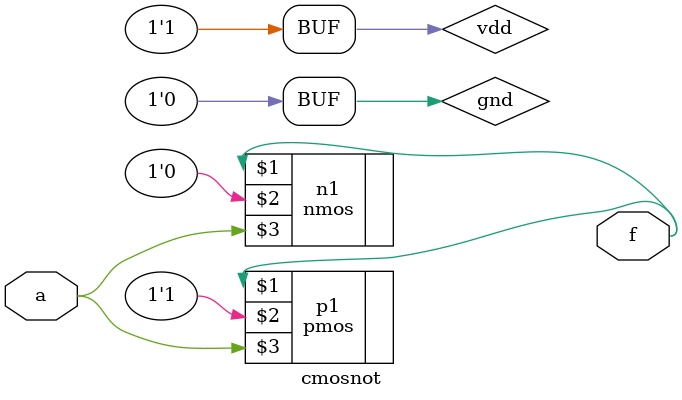
<source format=v>
module cmosnot(f,a);
		input a;
		output f;
		supply1 vdd;
		supply0 gnd;
		// pmos name (drain,source,gate);
		// nmos name (drain,source,gate);
		pmos p1 (f,vdd,a);
		nmos n1 (f,gnd,a);
endmodule

</source>
